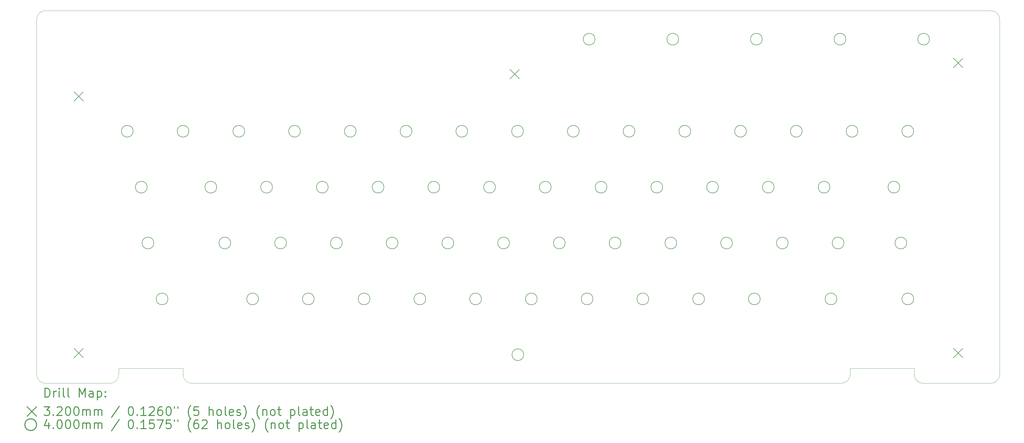
<source format=gbr>
%FSLAX45Y45*%
G04 Gerber Fmt 4.5, Leading zero omitted, Abs format (unit mm)*
G04 Created by KiCad (PCBNEW (5.1.10)-1) date 2021-07-11 17:05:41*
%MOMM*%
%LPD*%
G01*
G04 APERTURE LIST*
%TA.AperFunction,Profile*%
%ADD10C,0.050000*%
%TD*%
%ADD11C,0.200000*%
%ADD12C,0.300000*%
G04 APERTURE END LIST*
D10*
X32500000Y-15016000D02*
X34806000Y-15016000D01*
X32200000Y-14716000D02*
G75*
G03*
X32500000Y-15016000I300000J0D01*
G01*
X30010000Y-14506000D02*
X30010000Y-14716000D01*
X32200000Y-14506000D02*
X32200000Y-14716000D01*
X30010000Y-14506000D02*
X32200000Y-14506000D01*
X30010000Y-14716000D02*
G75*
G02*
X29710000Y-15016000I-300000J0D01*
G01*
X7576000Y-15016000D02*
X29710000Y-15016000D01*
X7276000Y-14506000D02*
X7276000Y-14716000D01*
X7276000Y-14716000D02*
G75*
G03*
X7576000Y-15016000I300000J0D01*
G01*
X5086000Y-14506000D02*
X7276000Y-14506000D01*
X5086000Y-14506000D02*
X5086000Y-14716000D01*
X5086000Y-14716000D02*
G75*
G02*
X4786000Y-15016000I-300000J0D01*
G01*
X2586000Y-15016000D02*
X4786000Y-15016000D01*
X35106000Y-14716000D02*
G75*
G02*
X34806000Y-15016000I-300000J0D01*
G01*
X34806000Y-2286000D02*
G75*
G02*
X35106000Y-2586000I0J-300000D01*
G01*
X2586000Y-15016000D02*
G75*
G02*
X2286000Y-14716000I0J300000D01*
G01*
X2286000Y-2586000D02*
G75*
G02*
X2586000Y-2286000I300000J0D01*
G01*
X35106000Y-2586000D02*
X35106000Y-14716000D01*
X2586000Y-2286000D02*
X34806000Y-2286000D01*
X2286000Y-2586000D02*
X2286000Y-14716000D01*
D11*
X3562000Y-5057000D02*
X3882000Y-5377000D01*
X3882000Y-5057000D02*
X3562000Y-5377000D01*
X3562000Y-13820000D02*
X3882000Y-14140000D01*
X3882000Y-13820000D02*
X3562000Y-14140000D01*
X18421000Y-4295000D02*
X18741000Y-4615000D01*
X18741000Y-4295000D02*
X18421000Y-4615000D01*
X33534000Y-3914000D02*
X33854000Y-4234000D01*
X33854000Y-3914000D02*
X33534000Y-4234000D01*
X33534000Y-13820000D02*
X33854000Y-14140000D01*
X33854000Y-13820000D02*
X33534000Y-14140000D01*
X5576000Y-6406000D02*
G75*
G03*
X5576000Y-6406000I-200000J0D01*
G01*
X6052000Y-8316000D02*
G75*
G03*
X6052000Y-8316000I-200000J0D01*
G01*
X6280000Y-10223000D02*
G75*
G03*
X6280000Y-10223000I-200000J0D01*
G01*
X6761000Y-12133000D02*
G75*
G03*
X6761000Y-12133000I-200000J0D01*
G01*
X7476000Y-6406000D02*
G75*
G03*
X7476000Y-6406000I-200000J0D01*
G01*
X8422000Y-8316000D02*
G75*
G03*
X8422000Y-8316000I-200000J0D01*
G01*
X8900000Y-10223000D02*
G75*
G03*
X8900000Y-10223000I-200000J0D01*
G01*
X9376000Y-6406000D02*
G75*
G03*
X9376000Y-6406000I-200000J0D01*
G01*
X9846000Y-12133000D02*
G75*
G03*
X9846000Y-12133000I-200000J0D01*
G01*
X10322000Y-8316000D02*
G75*
G03*
X10322000Y-8316000I-200000J0D01*
G01*
X10800000Y-10223000D02*
G75*
G03*
X10800000Y-10223000I-200000J0D01*
G01*
X11276000Y-6406000D02*
G75*
G03*
X11276000Y-6406000I-200000J0D01*
G01*
X11746000Y-12133000D02*
G75*
G03*
X11746000Y-12133000I-200000J0D01*
G01*
X12222000Y-8316000D02*
G75*
G03*
X12222000Y-8316000I-200000J0D01*
G01*
X12700000Y-10223000D02*
G75*
G03*
X12700000Y-10223000I-200000J0D01*
G01*
X13176000Y-6406000D02*
G75*
G03*
X13176000Y-6406000I-200000J0D01*
G01*
X13646000Y-12133000D02*
G75*
G03*
X13646000Y-12133000I-200000J0D01*
G01*
X14122000Y-8316000D02*
G75*
G03*
X14122000Y-8316000I-200000J0D01*
G01*
X14600000Y-10223000D02*
G75*
G03*
X14600000Y-10223000I-200000J0D01*
G01*
X15076000Y-6406000D02*
G75*
G03*
X15076000Y-6406000I-200000J0D01*
G01*
X15546000Y-12133000D02*
G75*
G03*
X15546000Y-12133000I-200000J0D01*
G01*
X16022000Y-8316000D02*
G75*
G03*
X16022000Y-8316000I-200000J0D01*
G01*
X16500000Y-10223000D02*
G75*
G03*
X16500000Y-10223000I-200000J0D01*
G01*
X16976000Y-6406000D02*
G75*
G03*
X16976000Y-6406000I-200000J0D01*
G01*
X17446000Y-12133000D02*
G75*
G03*
X17446000Y-12133000I-200000J0D01*
G01*
X17922000Y-8316000D02*
G75*
G03*
X17922000Y-8316000I-200000J0D01*
G01*
X18400000Y-10223000D02*
G75*
G03*
X18400000Y-10223000I-200000J0D01*
G01*
X18876000Y-6406000D02*
G75*
G03*
X18876000Y-6406000I-200000J0D01*
G01*
X18886000Y-14038000D02*
G75*
G03*
X18886000Y-14038000I-200000J0D01*
G01*
X19346000Y-12133000D02*
G75*
G03*
X19346000Y-12133000I-200000J0D01*
G01*
X19822000Y-8316000D02*
G75*
G03*
X19822000Y-8316000I-200000J0D01*
G01*
X20300000Y-10223000D02*
G75*
G03*
X20300000Y-10223000I-200000J0D01*
G01*
X20776000Y-6406000D02*
G75*
G03*
X20776000Y-6406000I-200000J0D01*
G01*
X21246000Y-12133000D02*
G75*
G03*
X21246000Y-12133000I-200000J0D01*
G01*
X21316000Y-3261000D02*
G75*
G03*
X21316000Y-3261000I-200000J0D01*
G01*
X21722000Y-8316000D02*
G75*
G03*
X21722000Y-8316000I-200000J0D01*
G01*
X22200000Y-10223000D02*
G75*
G03*
X22200000Y-10223000I-200000J0D01*
G01*
X22676000Y-6406000D02*
G75*
G03*
X22676000Y-6406000I-200000J0D01*
G01*
X23146000Y-12133000D02*
G75*
G03*
X23146000Y-12133000I-200000J0D01*
G01*
X23622000Y-8316000D02*
G75*
G03*
X23622000Y-8316000I-200000J0D01*
G01*
X24100000Y-10223000D02*
G75*
G03*
X24100000Y-10223000I-200000J0D01*
G01*
X24166000Y-3261000D02*
G75*
G03*
X24166000Y-3261000I-200000J0D01*
G01*
X24576000Y-6406000D02*
G75*
G03*
X24576000Y-6406000I-200000J0D01*
G01*
X25046000Y-12133000D02*
G75*
G03*
X25046000Y-12133000I-200000J0D01*
G01*
X25522000Y-8316000D02*
G75*
G03*
X25522000Y-8316000I-200000J0D01*
G01*
X26000000Y-10223000D02*
G75*
G03*
X26000000Y-10223000I-200000J0D01*
G01*
X26476000Y-6406000D02*
G75*
G03*
X26476000Y-6406000I-200000J0D01*
G01*
X26946000Y-12133000D02*
G75*
G03*
X26946000Y-12133000I-200000J0D01*
G01*
X27016000Y-3261000D02*
G75*
G03*
X27016000Y-3261000I-200000J0D01*
G01*
X27422000Y-8316000D02*
G75*
G03*
X27422000Y-8316000I-200000J0D01*
G01*
X27900000Y-10223000D02*
G75*
G03*
X27900000Y-10223000I-200000J0D01*
G01*
X28376000Y-6406000D02*
G75*
G03*
X28376000Y-6406000I-200000J0D01*
G01*
X29322000Y-8316000D02*
G75*
G03*
X29322000Y-8316000I-200000J0D01*
G01*
X29558500Y-12133000D02*
G75*
G03*
X29558500Y-12133000I-200000J0D01*
G01*
X29800000Y-10223000D02*
G75*
G03*
X29800000Y-10223000I-200000J0D01*
G01*
X29866000Y-3261000D02*
G75*
G03*
X29866000Y-3261000I-200000J0D01*
G01*
X30276000Y-6406000D02*
G75*
G03*
X30276000Y-6406000I-200000J0D01*
G01*
X31702000Y-8316000D02*
G75*
G03*
X31702000Y-8316000I-200000J0D01*
G01*
X31940000Y-10223000D02*
G75*
G03*
X31940000Y-10223000I-200000J0D01*
G01*
X32176000Y-6406000D02*
G75*
G03*
X32176000Y-6406000I-200000J0D01*
G01*
X32176000Y-12133000D02*
G75*
G03*
X32176000Y-12133000I-200000J0D01*
G01*
X32716000Y-3261000D02*
G75*
G03*
X32716000Y-3261000I-200000J0D01*
G01*
D12*
X2569928Y-15484214D02*
X2569928Y-15184214D01*
X2641357Y-15184214D01*
X2684214Y-15198500D01*
X2712786Y-15227071D01*
X2727071Y-15255643D01*
X2741357Y-15312786D01*
X2741357Y-15355643D01*
X2727071Y-15412786D01*
X2712786Y-15441357D01*
X2684214Y-15469929D01*
X2641357Y-15484214D01*
X2569928Y-15484214D01*
X2869928Y-15484214D02*
X2869928Y-15284214D01*
X2869928Y-15341357D02*
X2884214Y-15312786D01*
X2898500Y-15298500D01*
X2927071Y-15284214D01*
X2955643Y-15284214D01*
X3055643Y-15484214D02*
X3055643Y-15284214D01*
X3055643Y-15184214D02*
X3041357Y-15198500D01*
X3055643Y-15212786D01*
X3069928Y-15198500D01*
X3055643Y-15184214D01*
X3055643Y-15212786D01*
X3241357Y-15484214D02*
X3212786Y-15469929D01*
X3198500Y-15441357D01*
X3198500Y-15184214D01*
X3398500Y-15484214D02*
X3369928Y-15469929D01*
X3355643Y-15441357D01*
X3355643Y-15184214D01*
X3741357Y-15484214D02*
X3741357Y-15184214D01*
X3841357Y-15398500D01*
X3941357Y-15184214D01*
X3941357Y-15484214D01*
X4212786Y-15484214D02*
X4212786Y-15327071D01*
X4198500Y-15298500D01*
X4169928Y-15284214D01*
X4112786Y-15284214D01*
X4084214Y-15298500D01*
X4212786Y-15469929D02*
X4184214Y-15484214D01*
X4112786Y-15484214D01*
X4084214Y-15469929D01*
X4069928Y-15441357D01*
X4069928Y-15412786D01*
X4084214Y-15384214D01*
X4112786Y-15369929D01*
X4184214Y-15369929D01*
X4212786Y-15355643D01*
X4355643Y-15284214D02*
X4355643Y-15584214D01*
X4355643Y-15298500D02*
X4384214Y-15284214D01*
X4441357Y-15284214D01*
X4469928Y-15298500D01*
X4484214Y-15312786D01*
X4498500Y-15341357D01*
X4498500Y-15427071D01*
X4484214Y-15455643D01*
X4469928Y-15469929D01*
X4441357Y-15484214D01*
X4384214Y-15484214D01*
X4355643Y-15469929D01*
X4627071Y-15455643D02*
X4641357Y-15469929D01*
X4627071Y-15484214D01*
X4612786Y-15469929D01*
X4627071Y-15455643D01*
X4627071Y-15484214D01*
X4627071Y-15298500D02*
X4641357Y-15312786D01*
X4627071Y-15327071D01*
X4612786Y-15312786D01*
X4627071Y-15298500D01*
X4627071Y-15327071D01*
X1963500Y-15818500D02*
X2283500Y-16138500D01*
X2283500Y-15818500D02*
X1963500Y-16138500D01*
X2541357Y-15814214D02*
X2727071Y-15814214D01*
X2627071Y-15928500D01*
X2669928Y-15928500D01*
X2698500Y-15942786D01*
X2712786Y-15957071D01*
X2727071Y-15985643D01*
X2727071Y-16057071D01*
X2712786Y-16085643D01*
X2698500Y-16099929D01*
X2669928Y-16114214D01*
X2584214Y-16114214D01*
X2555643Y-16099929D01*
X2541357Y-16085643D01*
X2855643Y-16085643D02*
X2869928Y-16099929D01*
X2855643Y-16114214D01*
X2841357Y-16099929D01*
X2855643Y-16085643D01*
X2855643Y-16114214D01*
X2984214Y-15842786D02*
X2998500Y-15828500D01*
X3027071Y-15814214D01*
X3098500Y-15814214D01*
X3127071Y-15828500D01*
X3141357Y-15842786D01*
X3155643Y-15871357D01*
X3155643Y-15899929D01*
X3141357Y-15942786D01*
X2969928Y-16114214D01*
X3155643Y-16114214D01*
X3341357Y-15814214D02*
X3369928Y-15814214D01*
X3398500Y-15828500D01*
X3412786Y-15842786D01*
X3427071Y-15871357D01*
X3441357Y-15928500D01*
X3441357Y-15999929D01*
X3427071Y-16057071D01*
X3412786Y-16085643D01*
X3398500Y-16099929D01*
X3369928Y-16114214D01*
X3341357Y-16114214D01*
X3312786Y-16099929D01*
X3298500Y-16085643D01*
X3284214Y-16057071D01*
X3269928Y-15999929D01*
X3269928Y-15928500D01*
X3284214Y-15871357D01*
X3298500Y-15842786D01*
X3312786Y-15828500D01*
X3341357Y-15814214D01*
X3627071Y-15814214D02*
X3655643Y-15814214D01*
X3684214Y-15828500D01*
X3698500Y-15842786D01*
X3712786Y-15871357D01*
X3727071Y-15928500D01*
X3727071Y-15999929D01*
X3712786Y-16057071D01*
X3698500Y-16085643D01*
X3684214Y-16099929D01*
X3655643Y-16114214D01*
X3627071Y-16114214D01*
X3598500Y-16099929D01*
X3584214Y-16085643D01*
X3569928Y-16057071D01*
X3555643Y-15999929D01*
X3555643Y-15928500D01*
X3569928Y-15871357D01*
X3584214Y-15842786D01*
X3598500Y-15828500D01*
X3627071Y-15814214D01*
X3855643Y-16114214D02*
X3855643Y-15914214D01*
X3855643Y-15942786D02*
X3869928Y-15928500D01*
X3898500Y-15914214D01*
X3941357Y-15914214D01*
X3969928Y-15928500D01*
X3984214Y-15957071D01*
X3984214Y-16114214D01*
X3984214Y-15957071D02*
X3998500Y-15928500D01*
X4027071Y-15914214D01*
X4069928Y-15914214D01*
X4098500Y-15928500D01*
X4112786Y-15957071D01*
X4112786Y-16114214D01*
X4255643Y-16114214D02*
X4255643Y-15914214D01*
X4255643Y-15942786D02*
X4269928Y-15928500D01*
X4298500Y-15914214D01*
X4341357Y-15914214D01*
X4369928Y-15928500D01*
X4384214Y-15957071D01*
X4384214Y-16114214D01*
X4384214Y-15957071D02*
X4398500Y-15928500D01*
X4427071Y-15914214D01*
X4469928Y-15914214D01*
X4498500Y-15928500D01*
X4512786Y-15957071D01*
X4512786Y-16114214D01*
X5098500Y-15799929D02*
X4841357Y-16185643D01*
X5484214Y-15814214D02*
X5512786Y-15814214D01*
X5541357Y-15828500D01*
X5555643Y-15842786D01*
X5569928Y-15871357D01*
X5584214Y-15928500D01*
X5584214Y-15999929D01*
X5569928Y-16057071D01*
X5555643Y-16085643D01*
X5541357Y-16099929D01*
X5512786Y-16114214D01*
X5484214Y-16114214D01*
X5455643Y-16099929D01*
X5441357Y-16085643D01*
X5427071Y-16057071D01*
X5412786Y-15999929D01*
X5412786Y-15928500D01*
X5427071Y-15871357D01*
X5441357Y-15842786D01*
X5455643Y-15828500D01*
X5484214Y-15814214D01*
X5712786Y-16085643D02*
X5727071Y-16099929D01*
X5712786Y-16114214D01*
X5698500Y-16099929D01*
X5712786Y-16085643D01*
X5712786Y-16114214D01*
X6012786Y-16114214D02*
X5841357Y-16114214D01*
X5927071Y-16114214D02*
X5927071Y-15814214D01*
X5898500Y-15857071D01*
X5869928Y-15885643D01*
X5841357Y-15899929D01*
X6127071Y-15842786D02*
X6141357Y-15828500D01*
X6169928Y-15814214D01*
X6241357Y-15814214D01*
X6269928Y-15828500D01*
X6284214Y-15842786D01*
X6298500Y-15871357D01*
X6298500Y-15899929D01*
X6284214Y-15942786D01*
X6112786Y-16114214D01*
X6298500Y-16114214D01*
X6555643Y-15814214D02*
X6498500Y-15814214D01*
X6469928Y-15828500D01*
X6455643Y-15842786D01*
X6427071Y-15885643D01*
X6412786Y-15942786D01*
X6412786Y-16057071D01*
X6427071Y-16085643D01*
X6441357Y-16099929D01*
X6469928Y-16114214D01*
X6527071Y-16114214D01*
X6555643Y-16099929D01*
X6569928Y-16085643D01*
X6584214Y-16057071D01*
X6584214Y-15985643D01*
X6569928Y-15957071D01*
X6555643Y-15942786D01*
X6527071Y-15928500D01*
X6469928Y-15928500D01*
X6441357Y-15942786D01*
X6427071Y-15957071D01*
X6412786Y-15985643D01*
X6769928Y-15814214D02*
X6798500Y-15814214D01*
X6827071Y-15828500D01*
X6841357Y-15842786D01*
X6855643Y-15871357D01*
X6869928Y-15928500D01*
X6869928Y-15999929D01*
X6855643Y-16057071D01*
X6841357Y-16085643D01*
X6827071Y-16099929D01*
X6798500Y-16114214D01*
X6769928Y-16114214D01*
X6741357Y-16099929D01*
X6727071Y-16085643D01*
X6712786Y-16057071D01*
X6698500Y-15999929D01*
X6698500Y-15928500D01*
X6712786Y-15871357D01*
X6727071Y-15842786D01*
X6741357Y-15828500D01*
X6769928Y-15814214D01*
X6984214Y-15814214D02*
X6984214Y-15871357D01*
X7098500Y-15814214D02*
X7098500Y-15871357D01*
X7541357Y-16228500D02*
X7527071Y-16214214D01*
X7498500Y-16171357D01*
X7484214Y-16142786D01*
X7469928Y-16099929D01*
X7455643Y-16028500D01*
X7455643Y-15971357D01*
X7469928Y-15899929D01*
X7484214Y-15857071D01*
X7498500Y-15828500D01*
X7527071Y-15785643D01*
X7541357Y-15771357D01*
X7798500Y-15814214D02*
X7655643Y-15814214D01*
X7641357Y-15957071D01*
X7655643Y-15942786D01*
X7684214Y-15928500D01*
X7755643Y-15928500D01*
X7784214Y-15942786D01*
X7798500Y-15957071D01*
X7812786Y-15985643D01*
X7812786Y-16057071D01*
X7798500Y-16085643D01*
X7784214Y-16099929D01*
X7755643Y-16114214D01*
X7684214Y-16114214D01*
X7655643Y-16099929D01*
X7641357Y-16085643D01*
X8169928Y-16114214D02*
X8169928Y-15814214D01*
X8298500Y-16114214D02*
X8298500Y-15957071D01*
X8284214Y-15928500D01*
X8255643Y-15914214D01*
X8212786Y-15914214D01*
X8184214Y-15928500D01*
X8169928Y-15942786D01*
X8484214Y-16114214D02*
X8455643Y-16099929D01*
X8441357Y-16085643D01*
X8427071Y-16057071D01*
X8427071Y-15971357D01*
X8441357Y-15942786D01*
X8455643Y-15928500D01*
X8484214Y-15914214D01*
X8527071Y-15914214D01*
X8555643Y-15928500D01*
X8569928Y-15942786D01*
X8584214Y-15971357D01*
X8584214Y-16057071D01*
X8569928Y-16085643D01*
X8555643Y-16099929D01*
X8527071Y-16114214D01*
X8484214Y-16114214D01*
X8755643Y-16114214D02*
X8727071Y-16099929D01*
X8712786Y-16071357D01*
X8712786Y-15814214D01*
X8984214Y-16099929D02*
X8955643Y-16114214D01*
X8898500Y-16114214D01*
X8869928Y-16099929D01*
X8855643Y-16071357D01*
X8855643Y-15957071D01*
X8869928Y-15928500D01*
X8898500Y-15914214D01*
X8955643Y-15914214D01*
X8984214Y-15928500D01*
X8998500Y-15957071D01*
X8998500Y-15985643D01*
X8855643Y-16014214D01*
X9112786Y-16099929D02*
X9141357Y-16114214D01*
X9198500Y-16114214D01*
X9227071Y-16099929D01*
X9241357Y-16071357D01*
X9241357Y-16057071D01*
X9227071Y-16028500D01*
X9198500Y-16014214D01*
X9155643Y-16014214D01*
X9127071Y-15999929D01*
X9112786Y-15971357D01*
X9112786Y-15957071D01*
X9127071Y-15928500D01*
X9155643Y-15914214D01*
X9198500Y-15914214D01*
X9227071Y-15928500D01*
X9341357Y-16228500D02*
X9355643Y-16214214D01*
X9384214Y-16171357D01*
X9398500Y-16142786D01*
X9412786Y-16099929D01*
X9427071Y-16028500D01*
X9427071Y-15971357D01*
X9412786Y-15899929D01*
X9398500Y-15857071D01*
X9384214Y-15828500D01*
X9355643Y-15785643D01*
X9341357Y-15771357D01*
X9884214Y-16228500D02*
X9869928Y-16214214D01*
X9841357Y-16171357D01*
X9827071Y-16142786D01*
X9812786Y-16099929D01*
X9798500Y-16028500D01*
X9798500Y-15971357D01*
X9812786Y-15899929D01*
X9827071Y-15857071D01*
X9841357Y-15828500D01*
X9869928Y-15785643D01*
X9884214Y-15771357D01*
X9998500Y-15914214D02*
X9998500Y-16114214D01*
X9998500Y-15942786D02*
X10012786Y-15928500D01*
X10041357Y-15914214D01*
X10084214Y-15914214D01*
X10112786Y-15928500D01*
X10127071Y-15957071D01*
X10127071Y-16114214D01*
X10312786Y-16114214D02*
X10284214Y-16099929D01*
X10269928Y-16085643D01*
X10255643Y-16057071D01*
X10255643Y-15971357D01*
X10269928Y-15942786D01*
X10284214Y-15928500D01*
X10312786Y-15914214D01*
X10355643Y-15914214D01*
X10384214Y-15928500D01*
X10398500Y-15942786D01*
X10412786Y-15971357D01*
X10412786Y-16057071D01*
X10398500Y-16085643D01*
X10384214Y-16099929D01*
X10355643Y-16114214D01*
X10312786Y-16114214D01*
X10498500Y-15914214D02*
X10612786Y-15914214D01*
X10541357Y-15814214D02*
X10541357Y-16071357D01*
X10555643Y-16099929D01*
X10584214Y-16114214D01*
X10612786Y-16114214D01*
X10941357Y-15914214D02*
X10941357Y-16214214D01*
X10941357Y-15928500D02*
X10969928Y-15914214D01*
X11027071Y-15914214D01*
X11055643Y-15928500D01*
X11069928Y-15942786D01*
X11084214Y-15971357D01*
X11084214Y-16057071D01*
X11069928Y-16085643D01*
X11055643Y-16099929D01*
X11027071Y-16114214D01*
X10969928Y-16114214D01*
X10941357Y-16099929D01*
X11255643Y-16114214D02*
X11227071Y-16099929D01*
X11212786Y-16071357D01*
X11212786Y-15814214D01*
X11498500Y-16114214D02*
X11498500Y-15957071D01*
X11484214Y-15928500D01*
X11455643Y-15914214D01*
X11398500Y-15914214D01*
X11369928Y-15928500D01*
X11498500Y-16099929D02*
X11469928Y-16114214D01*
X11398500Y-16114214D01*
X11369928Y-16099929D01*
X11355643Y-16071357D01*
X11355643Y-16042786D01*
X11369928Y-16014214D01*
X11398500Y-15999929D01*
X11469928Y-15999929D01*
X11498500Y-15985643D01*
X11598500Y-15914214D02*
X11712786Y-15914214D01*
X11641357Y-15814214D02*
X11641357Y-16071357D01*
X11655643Y-16099929D01*
X11684214Y-16114214D01*
X11712786Y-16114214D01*
X11927071Y-16099929D02*
X11898500Y-16114214D01*
X11841357Y-16114214D01*
X11812786Y-16099929D01*
X11798500Y-16071357D01*
X11798500Y-15957071D01*
X11812786Y-15928500D01*
X11841357Y-15914214D01*
X11898500Y-15914214D01*
X11927071Y-15928500D01*
X11941357Y-15957071D01*
X11941357Y-15985643D01*
X11798500Y-16014214D01*
X12198500Y-16114214D02*
X12198500Y-15814214D01*
X12198500Y-16099929D02*
X12169928Y-16114214D01*
X12112786Y-16114214D01*
X12084214Y-16099929D01*
X12069928Y-16085643D01*
X12055643Y-16057071D01*
X12055643Y-15971357D01*
X12069928Y-15942786D01*
X12084214Y-15928500D01*
X12112786Y-15914214D01*
X12169928Y-15914214D01*
X12198500Y-15928500D01*
X12312786Y-16228500D02*
X12327071Y-16214214D01*
X12355643Y-16171357D01*
X12369928Y-16142786D01*
X12384214Y-16099929D01*
X12398500Y-16028500D01*
X12398500Y-15971357D01*
X12384214Y-15899929D01*
X12369928Y-15857071D01*
X12355643Y-15828500D01*
X12327071Y-15785643D01*
X12312786Y-15771357D01*
X2283500Y-16428500D02*
G75*
G03*
X2283500Y-16428500I-200000J0D01*
G01*
X2698500Y-16364214D02*
X2698500Y-16564214D01*
X2627071Y-16249929D02*
X2555643Y-16464214D01*
X2741357Y-16464214D01*
X2855643Y-16535643D02*
X2869928Y-16549929D01*
X2855643Y-16564214D01*
X2841357Y-16549929D01*
X2855643Y-16535643D01*
X2855643Y-16564214D01*
X3055643Y-16264214D02*
X3084214Y-16264214D01*
X3112786Y-16278500D01*
X3127071Y-16292786D01*
X3141357Y-16321357D01*
X3155643Y-16378500D01*
X3155643Y-16449929D01*
X3141357Y-16507071D01*
X3127071Y-16535643D01*
X3112786Y-16549929D01*
X3084214Y-16564214D01*
X3055643Y-16564214D01*
X3027071Y-16549929D01*
X3012786Y-16535643D01*
X2998500Y-16507071D01*
X2984214Y-16449929D01*
X2984214Y-16378500D01*
X2998500Y-16321357D01*
X3012786Y-16292786D01*
X3027071Y-16278500D01*
X3055643Y-16264214D01*
X3341357Y-16264214D02*
X3369928Y-16264214D01*
X3398500Y-16278500D01*
X3412786Y-16292786D01*
X3427071Y-16321357D01*
X3441357Y-16378500D01*
X3441357Y-16449929D01*
X3427071Y-16507071D01*
X3412786Y-16535643D01*
X3398500Y-16549929D01*
X3369928Y-16564214D01*
X3341357Y-16564214D01*
X3312786Y-16549929D01*
X3298500Y-16535643D01*
X3284214Y-16507071D01*
X3269928Y-16449929D01*
X3269928Y-16378500D01*
X3284214Y-16321357D01*
X3298500Y-16292786D01*
X3312786Y-16278500D01*
X3341357Y-16264214D01*
X3627071Y-16264214D02*
X3655643Y-16264214D01*
X3684214Y-16278500D01*
X3698500Y-16292786D01*
X3712786Y-16321357D01*
X3727071Y-16378500D01*
X3727071Y-16449929D01*
X3712786Y-16507071D01*
X3698500Y-16535643D01*
X3684214Y-16549929D01*
X3655643Y-16564214D01*
X3627071Y-16564214D01*
X3598500Y-16549929D01*
X3584214Y-16535643D01*
X3569928Y-16507071D01*
X3555643Y-16449929D01*
X3555643Y-16378500D01*
X3569928Y-16321357D01*
X3584214Y-16292786D01*
X3598500Y-16278500D01*
X3627071Y-16264214D01*
X3855643Y-16564214D02*
X3855643Y-16364214D01*
X3855643Y-16392786D02*
X3869928Y-16378500D01*
X3898500Y-16364214D01*
X3941357Y-16364214D01*
X3969928Y-16378500D01*
X3984214Y-16407071D01*
X3984214Y-16564214D01*
X3984214Y-16407071D02*
X3998500Y-16378500D01*
X4027071Y-16364214D01*
X4069928Y-16364214D01*
X4098500Y-16378500D01*
X4112786Y-16407071D01*
X4112786Y-16564214D01*
X4255643Y-16564214D02*
X4255643Y-16364214D01*
X4255643Y-16392786D02*
X4269928Y-16378500D01*
X4298500Y-16364214D01*
X4341357Y-16364214D01*
X4369928Y-16378500D01*
X4384214Y-16407071D01*
X4384214Y-16564214D01*
X4384214Y-16407071D02*
X4398500Y-16378500D01*
X4427071Y-16364214D01*
X4469928Y-16364214D01*
X4498500Y-16378500D01*
X4512786Y-16407071D01*
X4512786Y-16564214D01*
X5098500Y-16249929D02*
X4841357Y-16635643D01*
X5484214Y-16264214D02*
X5512786Y-16264214D01*
X5541357Y-16278500D01*
X5555643Y-16292786D01*
X5569928Y-16321357D01*
X5584214Y-16378500D01*
X5584214Y-16449929D01*
X5569928Y-16507071D01*
X5555643Y-16535643D01*
X5541357Y-16549929D01*
X5512786Y-16564214D01*
X5484214Y-16564214D01*
X5455643Y-16549929D01*
X5441357Y-16535643D01*
X5427071Y-16507071D01*
X5412786Y-16449929D01*
X5412786Y-16378500D01*
X5427071Y-16321357D01*
X5441357Y-16292786D01*
X5455643Y-16278500D01*
X5484214Y-16264214D01*
X5712786Y-16535643D02*
X5727071Y-16549929D01*
X5712786Y-16564214D01*
X5698500Y-16549929D01*
X5712786Y-16535643D01*
X5712786Y-16564214D01*
X6012786Y-16564214D02*
X5841357Y-16564214D01*
X5927071Y-16564214D02*
X5927071Y-16264214D01*
X5898500Y-16307071D01*
X5869928Y-16335643D01*
X5841357Y-16349929D01*
X6284214Y-16264214D02*
X6141357Y-16264214D01*
X6127071Y-16407071D01*
X6141357Y-16392786D01*
X6169928Y-16378500D01*
X6241357Y-16378500D01*
X6269928Y-16392786D01*
X6284214Y-16407071D01*
X6298500Y-16435643D01*
X6298500Y-16507071D01*
X6284214Y-16535643D01*
X6269928Y-16549929D01*
X6241357Y-16564214D01*
X6169928Y-16564214D01*
X6141357Y-16549929D01*
X6127071Y-16535643D01*
X6398500Y-16264214D02*
X6598500Y-16264214D01*
X6469928Y-16564214D01*
X6855643Y-16264214D02*
X6712786Y-16264214D01*
X6698500Y-16407071D01*
X6712786Y-16392786D01*
X6741357Y-16378500D01*
X6812786Y-16378500D01*
X6841357Y-16392786D01*
X6855643Y-16407071D01*
X6869928Y-16435643D01*
X6869928Y-16507071D01*
X6855643Y-16535643D01*
X6841357Y-16549929D01*
X6812786Y-16564214D01*
X6741357Y-16564214D01*
X6712786Y-16549929D01*
X6698500Y-16535643D01*
X6984214Y-16264214D02*
X6984214Y-16321357D01*
X7098500Y-16264214D02*
X7098500Y-16321357D01*
X7541357Y-16678500D02*
X7527071Y-16664214D01*
X7498500Y-16621357D01*
X7484214Y-16592786D01*
X7469928Y-16549929D01*
X7455643Y-16478500D01*
X7455643Y-16421357D01*
X7469928Y-16349929D01*
X7484214Y-16307071D01*
X7498500Y-16278500D01*
X7527071Y-16235643D01*
X7541357Y-16221357D01*
X7784214Y-16264214D02*
X7727071Y-16264214D01*
X7698500Y-16278500D01*
X7684214Y-16292786D01*
X7655643Y-16335643D01*
X7641357Y-16392786D01*
X7641357Y-16507071D01*
X7655643Y-16535643D01*
X7669928Y-16549929D01*
X7698500Y-16564214D01*
X7755643Y-16564214D01*
X7784214Y-16549929D01*
X7798500Y-16535643D01*
X7812786Y-16507071D01*
X7812786Y-16435643D01*
X7798500Y-16407071D01*
X7784214Y-16392786D01*
X7755643Y-16378500D01*
X7698500Y-16378500D01*
X7669928Y-16392786D01*
X7655643Y-16407071D01*
X7641357Y-16435643D01*
X7927071Y-16292786D02*
X7941357Y-16278500D01*
X7969928Y-16264214D01*
X8041357Y-16264214D01*
X8069928Y-16278500D01*
X8084214Y-16292786D01*
X8098500Y-16321357D01*
X8098500Y-16349929D01*
X8084214Y-16392786D01*
X7912786Y-16564214D01*
X8098500Y-16564214D01*
X8455643Y-16564214D02*
X8455643Y-16264214D01*
X8584214Y-16564214D02*
X8584214Y-16407071D01*
X8569928Y-16378500D01*
X8541357Y-16364214D01*
X8498500Y-16364214D01*
X8469928Y-16378500D01*
X8455643Y-16392786D01*
X8769928Y-16564214D02*
X8741357Y-16549929D01*
X8727071Y-16535643D01*
X8712786Y-16507071D01*
X8712786Y-16421357D01*
X8727071Y-16392786D01*
X8741357Y-16378500D01*
X8769928Y-16364214D01*
X8812786Y-16364214D01*
X8841357Y-16378500D01*
X8855643Y-16392786D01*
X8869928Y-16421357D01*
X8869928Y-16507071D01*
X8855643Y-16535643D01*
X8841357Y-16549929D01*
X8812786Y-16564214D01*
X8769928Y-16564214D01*
X9041357Y-16564214D02*
X9012786Y-16549929D01*
X8998500Y-16521357D01*
X8998500Y-16264214D01*
X9269928Y-16549929D02*
X9241357Y-16564214D01*
X9184214Y-16564214D01*
X9155643Y-16549929D01*
X9141357Y-16521357D01*
X9141357Y-16407071D01*
X9155643Y-16378500D01*
X9184214Y-16364214D01*
X9241357Y-16364214D01*
X9269928Y-16378500D01*
X9284214Y-16407071D01*
X9284214Y-16435643D01*
X9141357Y-16464214D01*
X9398500Y-16549929D02*
X9427071Y-16564214D01*
X9484214Y-16564214D01*
X9512786Y-16549929D01*
X9527071Y-16521357D01*
X9527071Y-16507071D01*
X9512786Y-16478500D01*
X9484214Y-16464214D01*
X9441357Y-16464214D01*
X9412786Y-16449929D01*
X9398500Y-16421357D01*
X9398500Y-16407071D01*
X9412786Y-16378500D01*
X9441357Y-16364214D01*
X9484214Y-16364214D01*
X9512786Y-16378500D01*
X9627071Y-16678500D02*
X9641357Y-16664214D01*
X9669928Y-16621357D01*
X9684214Y-16592786D01*
X9698500Y-16549929D01*
X9712786Y-16478500D01*
X9712786Y-16421357D01*
X9698500Y-16349929D01*
X9684214Y-16307071D01*
X9669928Y-16278500D01*
X9641357Y-16235643D01*
X9627071Y-16221357D01*
X10169928Y-16678500D02*
X10155643Y-16664214D01*
X10127071Y-16621357D01*
X10112786Y-16592786D01*
X10098500Y-16549929D01*
X10084214Y-16478500D01*
X10084214Y-16421357D01*
X10098500Y-16349929D01*
X10112786Y-16307071D01*
X10127071Y-16278500D01*
X10155643Y-16235643D01*
X10169928Y-16221357D01*
X10284214Y-16364214D02*
X10284214Y-16564214D01*
X10284214Y-16392786D02*
X10298500Y-16378500D01*
X10327071Y-16364214D01*
X10369928Y-16364214D01*
X10398500Y-16378500D01*
X10412786Y-16407071D01*
X10412786Y-16564214D01*
X10598500Y-16564214D02*
X10569928Y-16549929D01*
X10555643Y-16535643D01*
X10541357Y-16507071D01*
X10541357Y-16421357D01*
X10555643Y-16392786D01*
X10569928Y-16378500D01*
X10598500Y-16364214D01*
X10641357Y-16364214D01*
X10669928Y-16378500D01*
X10684214Y-16392786D01*
X10698500Y-16421357D01*
X10698500Y-16507071D01*
X10684214Y-16535643D01*
X10669928Y-16549929D01*
X10641357Y-16564214D01*
X10598500Y-16564214D01*
X10784214Y-16364214D02*
X10898500Y-16364214D01*
X10827071Y-16264214D02*
X10827071Y-16521357D01*
X10841357Y-16549929D01*
X10869928Y-16564214D01*
X10898500Y-16564214D01*
X11227071Y-16364214D02*
X11227071Y-16664214D01*
X11227071Y-16378500D02*
X11255643Y-16364214D01*
X11312786Y-16364214D01*
X11341357Y-16378500D01*
X11355643Y-16392786D01*
X11369928Y-16421357D01*
X11369928Y-16507071D01*
X11355643Y-16535643D01*
X11341357Y-16549929D01*
X11312786Y-16564214D01*
X11255643Y-16564214D01*
X11227071Y-16549929D01*
X11541357Y-16564214D02*
X11512786Y-16549929D01*
X11498500Y-16521357D01*
X11498500Y-16264214D01*
X11784214Y-16564214D02*
X11784214Y-16407071D01*
X11769928Y-16378500D01*
X11741357Y-16364214D01*
X11684214Y-16364214D01*
X11655643Y-16378500D01*
X11784214Y-16549929D02*
X11755643Y-16564214D01*
X11684214Y-16564214D01*
X11655643Y-16549929D01*
X11641357Y-16521357D01*
X11641357Y-16492786D01*
X11655643Y-16464214D01*
X11684214Y-16449929D01*
X11755643Y-16449929D01*
X11784214Y-16435643D01*
X11884214Y-16364214D02*
X11998500Y-16364214D01*
X11927071Y-16264214D02*
X11927071Y-16521357D01*
X11941357Y-16549929D01*
X11969928Y-16564214D01*
X11998500Y-16564214D01*
X12212786Y-16549929D02*
X12184214Y-16564214D01*
X12127071Y-16564214D01*
X12098500Y-16549929D01*
X12084214Y-16521357D01*
X12084214Y-16407071D01*
X12098500Y-16378500D01*
X12127071Y-16364214D01*
X12184214Y-16364214D01*
X12212786Y-16378500D01*
X12227071Y-16407071D01*
X12227071Y-16435643D01*
X12084214Y-16464214D01*
X12484214Y-16564214D02*
X12484214Y-16264214D01*
X12484214Y-16549929D02*
X12455643Y-16564214D01*
X12398500Y-16564214D01*
X12369928Y-16549929D01*
X12355643Y-16535643D01*
X12341357Y-16507071D01*
X12341357Y-16421357D01*
X12355643Y-16392786D01*
X12369928Y-16378500D01*
X12398500Y-16364214D01*
X12455643Y-16364214D01*
X12484214Y-16378500D01*
X12598500Y-16678500D02*
X12612786Y-16664214D01*
X12641357Y-16621357D01*
X12655643Y-16592786D01*
X12669928Y-16549929D01*
X12684214Y-16478500D01*
X12684214Y-16421357D01*
X12669928Y-16349929D01*
X12655643Y-16307071D01*
X12641357Y-16278500D01*
X12612786Y-16235643D01*
X12598500Y-16221357D01*
M02*

</source>
